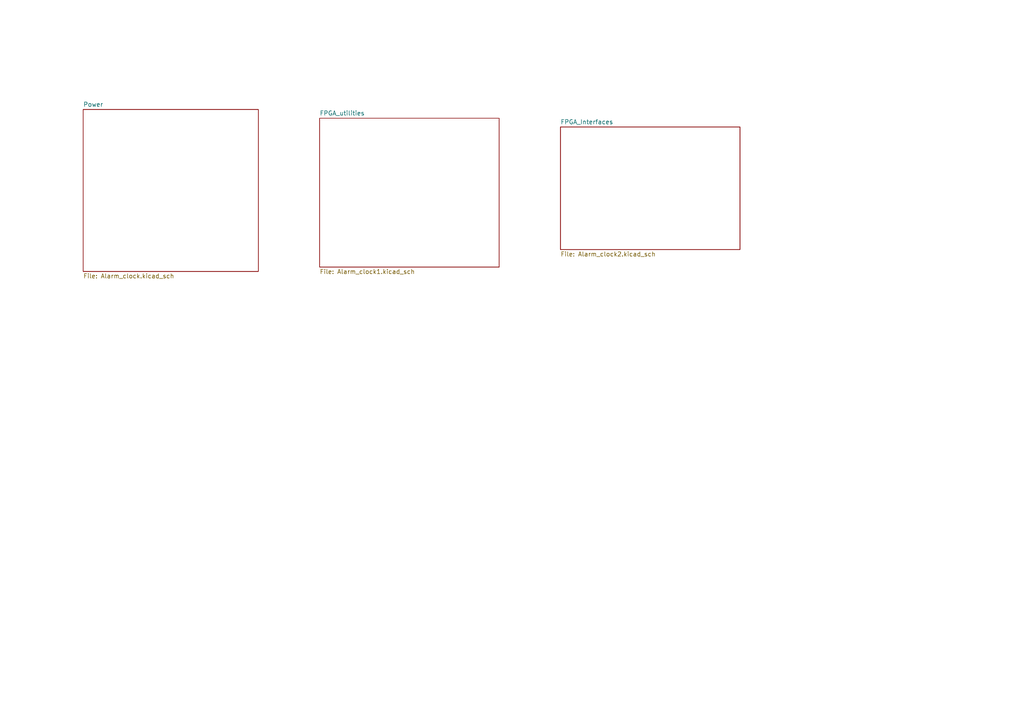
<source format=kicad_sch>
(kicad_sch (version 20211123) (generator eeschema)

  (uuid e5344288-1f4e-4b61-9769-8f81865cdc6f)

  (paper "A4")

  (lib_symbols
  )


  (sheet (at 162.56 36.83) (size 52.07 35.56) (fields_autoplaced)
    (stroke (width 0.1524) (type solid) (color 0 0 0 0))
    (fill (color 0 0 0 0.0000))
    (uuid 503e8df6-0635-487d-856e-f9afff1c68b4)
    (property "Sheet name" "FPGA_Interfaces" (id 0) (at 162.56 36.1184 0)
      (effects (font (size 1.27 1.27)) (justify left bottom))
    )
    (property "Sheet file" "Alarm_clock2.kicad_sch" (id 1) (at 162.56 72.9746 0)
      (effects (font (size 1.27 1.27)) (justify left top))
    )
  )

  (sheet (at 24.13 31.75) (size 50.8 46.99) (fields_autoplaced)
    (stroke (width 0.1524) (type solid) (color 0 0 0 0))
    (fill (color 0 0 0 0.0000))
    (uuid 87e6360f-f3c8-4050-9043-7a5fd83024de)
    (property "Sheet name" "Power" (id 0) (at 24.13 31.0384 0)
      (effects (font (size 1.27 1.27)) (justify left bottom))
    )
    (property "Sheet file" "Alarm_clock.kicad_sch" (id 1) (at 24.13 79.3246 0)
      (effects (font (size 1.27 1.27)) (justify left top))
    )
  )

  (sheet (at 92.71 34.29) (size 52.07 43.18) (fields_autoplaced)
    (stroke (width 0.1524) (type solid) (color 0 0 0 0))
    (fill (color 0 0 0 0.0000))
    (uuid 8f6f2c4f-2fc4-46e9-b49d-fc9032f6a4c0)
    (property "Sheet name" "FPGA_utilities" (id 0) (at 92.71 33.5784 0)
      (effects (font (size 1.27 1.27)) (justify left bottom))
    )
    (property "Sheet file" "Alarm_clock1.kicad_sch" (id 1) (at 92.71 78.0546 0)
      (effects (font (size 1.27 1.27)) (justify left top))
    )
  )

  (sheet_instances
    (path "/" (page "1"))
    (path "/87e6360f-f3c8-4050-9043-7a5fd83024de" (page "2"))
    (path "/8f6f2c4f-2fc4-46e9-b49d-fc9032f6a4c0" (page "3"))
    (path "/503e8df6-0635-487d-856e-f9afff1c68b4" (page "4"))
  )

  (symbol_instances
    (path "/87e6360f-f3c8-4050-9043-7a5fd83024de/367f6908-434d-4291-b365-dcfd9f351515"
      (reference "#FLG0101") (unit 1) (value "PWR_FLAG") (footprint "")
    )
    (path "/87e6360f-f3c8-4050-9043-7a5fd83024de/2b6afcb3-7e7e-4c96-84c2-ba8ea59dee2f"
      (reference "#FLG0102") (unit 1) (value "PWR_FLAG") (footprint "")
    )
    (path "/87e6360f-f3c8-4050-9043-7a5fd83024de/7fa3188d-2757-4266-aec3-a6a71160ea31"
      (reference "#FLG0103") (unit 1) (value "PWR_FLAG") (footprint "")
    )
    (path "/87e6360f-f3c8-4050-9043-7a5fd83024de/6625e824-7b6e-4009-b202-ca63ba5af5fe"
      (reference "#FLG0104") (unit 1) (value "PWR_FLAG") (footprint "")
    )
    (path "/87e6360f-f3c8-4050-9043-7a5fd83024de/bb3de0d8-f8aa-44bf-a858-39ae9ef505cd"
      (reference "#PWR0101") (unit 1) (value "GND") (footprint "")
    )
    (path "/87e6360f-f3c8-4050-9043-7a5fd83024de/9ac12036-5884-46cc-a542-5b91c249991f"
      (reference "#PWR0102") (unit 1) (value "GND") (footprint "")
    )
    (path "/87e6360f-f3c8-4050-9043-7a5fd83024de/bd4f8de8-49bb-4f14-bfcb-9e709e9b44ce"
      (reference "#PWR0103") (unit 1) (value "GND") (footprint "")
    )
    (path "/87e6360f-f3c8-4050-9043-7a5fd83024de/f7ffaa18-7c66-4e7e-94b5-29563c812e0f"
      (reference "#PWR0104") (unit 1) (value "GND") (footprint "")
    )
    (path "/87e6360f-f3c8-4050-9043-7a5fd83024de/8111477c-1fb8-41b9-a68c-3dfbd9e45edc"
      (reference "#PWR0105") (unit 1) (value "GND") (footprint "")
    )
    (path "/87e6360f-f3c8-4050-9043-7a5fd83024de/7aa05753-9c54-440e-a0f5-076af99dc973"
      (reference "#PWR0106") (unit 1) (value "GND") (footprint "")
    )
    (path "/87e6360f-f3c8-4050-9043-7a5fd83024de/ac1026a1-b3fd-4893-b5b3-5fe1dad30870"
      (reference "#PWR0107") (unit 1) (value "GND") (footprint "")
    )
    (path "/87e6360f-f3c8-4050-9043-7a5fd83024de/c2d770ac-7121-428c-aca4-69bcd5e3a67f"
      (reference "#PWR0108") (unit 1) (value "GND") (footprint "")
    )
    (path "/87e6360f-f3c8-4050-9043-7a5fd83024de/4d7f82b5-d8a3-4b55-8cd2-fdfd5b097d31"
      (reference "#PWR0109") (unit 1) (value "GND") (footprint "")
    )
    (path "/8f6f2c4f-2fc4-46e9-b49d-fc9032f6a4c0/630f027d-77b8-43c9-877d-1c564a1efa74"
      (reference "#PWR0110") (unit 1) (value "GND") (footprint "")
    )
    (path "/8f6f2c4f-2fc4-46e9-b49d-fc9032f6a4c0/a8c55d31-7d85-43e1-bd21-30ffcf6df27f"
      (reference "#PWR0111") (unit 1) (value "GND") (footprint "")
    )
    (path "/8f6f2c4f-2fc4-46e9-b49d-fc9032f6a4c0/6bfd8a9e-0199-4c8b-bc3e-8f71fe238db4"
      (reference "#PWR0112") (unit 1) (value "GND") (footprint "")
    )
    (path "/503e8df6-0635-487d-856e-f9afff1c68b4/e9f85524-6ec7-426e-a812-14b0c09a20b2"
      (reference "#PWR0113") (unit 1) (value "GND") (footprint "")
    )
    (path "/503e8df6-0635-487d-856e-f9afff1c68b4/167a9d53-4c28-4ee7-afc7-50767e0a85d6"
      (reference "#PWR0114") (unit 1) (value "GND") (footprint "")
    )
    (path "/8f6f2c4f-2fc4-46e9-b49d-fc9032f6a4c0/3438f6ec-5a82-4bb0-93f4-01331c6a1919"
      (reference "#PWR0115") (unit 1) (value "GND") (footprint "")
    )
    (path "/8f6f2c4f-2fc4-46e9-b49d-fc9032f6a4c0/8915712b-6020-4c9c-a056-5efda4c2c85b"
      (reference "#PWR0116") (unit 1) (value "GND") (footprint "")
    )
    (path "/8f6f2c4f-2fc4-46e9-b49d-fc9032f6a4c0/aa3894ff-cab1-4499-829b-9973540e008e"
      (reference "#PWR0117") (unit 1) (value "GND") (footprint "")
    )
    (path "/8f6f2c4f-2fc4-46e9-b49d-fc9032f6a4c0/8b53b016-324a-493e-ae66-46481a652f3f"
      (reference "#PWR0118") (unit 1) (value "GND") (footprint "")
    )
    (path "/8f6f2c4f-2fc4-46e9-b49d-fc9032f6a4c0/6b971299-073c-4c1b-9b5a-37c68e44f4c5"
      (reference "#PWR0119") (unit 1) (value "GND") (footprint "")
    )
    (path "/8f6f2c4f-2fc4-46e9-b49d-fc9032f6a4c0/7a22a4a6-ffdb-4c01-9e5b-6e76782d2d25"
      (reference "#PWR0120") (unit 1) (value "GND") (footprint "")
    )
    (path "/8f6f2c4f-2fc4-46e9-b49d-fc9032f6a4c0/93c232f3-067d-468a-bb4e-85695041ef10"
      (reference "#PWR0121") (unit 1) (value "GND") (footprint "")
    )
    (path "/8f6f2c4f-2fc4-46e9-b49d-fc9032f6a4c0/d3a2d0c2-532b-44f7-9047-e3dd3cddb428"
      (reference "#PWR0122") (unit 1) (value "GND") (footprint "")
    )
    (path "/87e6360f-f3c8-4050-9043-7a5fd83024de/7f0c31c6-c86e-4a37-add8-f24b9b272ec6"
      (reference "#SUPPLY0101") (unit 1) (value "1.8V") (footprint "XXX-00000")
    )
    (path "/87e6360f-f3c8-4050-9043-7a5fd83024de/0549044e-a831-4b40-9a95-644186ff37d8"
      (reference "#SUPPLY0102") (unit 1) (value "3.3V") (footprint "XXX-00000")
    )
    (path "/87e6360f-f3c8-4050-9043-7a5fd83024de/74802f37-5142-483f-ba7b-0055dc71185a"
      (reference "#SUPPLY0103") (unit 1) (value "12V") (footprint "XXX-00000")
    )
    (path "/87e6360f-f3c8-4050-9043-7a5fd83024de/3ca371db-e582-43d1-83b9-a62322f1cf45"
      (reference "#SUPPLY0104") (unit 1) (value "3.3V") (footprint "XXX-00000")
    )
    (path "/87e6360f-f3c8-4050-9043-7a5fd83024de/8ab9ce38-2b87-450a-9870-d00b71ccb302"
      (reference "#SUPPLY0105") (unit 1) (value "12V") (footprint "XXX-00000")
    )
    (path "/8f6f2c4f-2fc4-46e9-b49d-fc9032f6a4c0/a63787d8-bbc2-49a8-bde7-8f01c6564fa7"
      (reference "#SUPPLY0106") (unit 1) (value "3.3V") (footprint "XXX-00000")
    )
    (path "/8f6f2c4f-2fc4-46e9-b49d-fc9032f6a4c0/6a7031fd-3b40-4ff3-941b-bed3eadbf380"
      (reference "#SUPPLY0107") (unit 1) (value "3.3V") (footprint "XXX-00000")
    )
    (path "/8f6f2c4f-2fc4-46e9-b49d-fc9032f6a4c0/e01c3765-9d21-4118-b761-d47e3d2c3787"
      (reference "#SUPPLY0108") (unit 1) (value "3.3V") (footprint "XXX-00000")
    )
    (path "/8f6f2c4f-2fc4-46e9-b49d-fc9032f6a4c0/1217de6f-41ad-4c1a-be1d-3cc22397a6f3"
      (reference "#SUPPLY0109") (unit 1) (value "3.3V") (footprint "XXX-00000")
    )
    (path "/503e8df6-0635-487d-856e-f9afff1c68b4/e34bf13e-a64a-4e87-9981-899d0e8ee794"
      (reference "#SUPPLY0110") (unit 1) (value "3.3V") (footprint "XXX-00000")
    )
    (path "/503e8df6-0635-487d-856e-f9afff1c68b4/b651358c-bbea-4c1b-be99-beefdc3b8cae"
      (reference "#SUPPLY0111") (unit 1) (value "3.3V") (footprint "XXX-00000")
    )
    (path "/503e8df6-0635-487d-856e-f9afff1c68b4/d0bbabd5-ca7c-44d6-824b-218d1c46ee9d"
      (reference "#SUPPLY0112") (unit 1) (value "3.3V") (footprint "XXX-00000")
    )
    (path "/8f6f2c4f-2fc4-46e9-b49d-fc9032f6a4c0/f92ded93-8eea-43ba-9d36-e81230fe4e8f"
      (reference "#SUPPLY0113") (unit 1) (value "1.8V") (footprint "XXX-00000")
    )
    (path "/8f6f2c4f-2fc4-46e9-b49d-fc9032f6a4c0/16010feb-95b4-4fec-8967-9eb543a84d91"
      (reference "#SUPPLY0114") (unit 1) (value "1.8V") (footprint "XXX-00000")
    )
    (path "/8f6f2c4f-2fc4-46e9-b49d-fc9032f6a4c0/65f032d0-c3b8-44fc-ade5-ca71c4268c4e"
      (reference "#SUPPLY0115") (unit 1) (value "3.3V") (footprint "XXX-00000")
    )
    (path "/8f6f2c4f-2fc4-46e9-b49d-fc9032f6a4c0/449da1ec-6e36-4dbd-9938-9012fce2d7d0"
      (reference "#SUPPLY0116") (unit 1) (value "3.3V") (footprint "XXX-00000")
    )
    (path "/8f6f2c4f-2fc4-46e9-b49d-fc9032f6a4c0/134baeaa-0b9a-4ae0-aead-125119ab5b6c"
      (reference "#SUPPLY0117") (unit 1) (value "3.3V") (footprint "XXX-00000")
    )
    (path "/8f6f2c4f-2fc4-46e9-b49d-fc9032f6a4c0/bea838e0-25d2-4618-aaa2-46d44dc4eb2e"
      (reference "#SUPPLY0118") (unit 1) (value "3.3V") (footprint "XXX-00000")
    )
    (path "/8f6f2c4f-2fc4-46e9-b49d-fc9032f6a4c0/18d7c8c6-78dd-4772-9e8a-573b44cd346a"
      (reference "#SUPPLY0119") (unit 1) (value "3.3V") (footprint "XXX-00000")
    )
    (path "/87e6360f-f3c8-4050-9043-7a5fd83024de/f9399077-7d07-4469-ac17-941e00b0db65"
      (reference "C1") (unit 1) (value "C0603G104K5RACT250") (footprint "Capacitor_Tantalum_SMD:CP_EIA-1608-08_AVX-J")
    )
    (path "/87e6360f-f3c8-4050-9043-7a5fd83024de/b5596775-371e-46d3-81f9-93179fc16132"
      (reference "C2") (unit 1) (value "C0603G104K5RACT250") (footprint "Capacitor_Tantalum_SMD:CP_EIA-1608-08_AVX-J")
    )
    (path "/87e6360f-f3c8-4050-9043-7a5fd83024de/82464770-1bfd-4992-8e3a-210e4d6399ea"
      (reference "C3") (unit 1) (value "C0603G104K5RACT250") (footprint "Capacitor_Tantalum_SMD:CP_EIA-1608-08_AVX-J")
    )
    (path "/87e6360f-f3c8-4050-9043-7a5fd83024de/8074d09b-b492-4bcd-adca-103327f007c3"
      (reference "C4") (unit 1) (value "C0603G104K5RACT250") (footprint "Capacitor_Tantalum_SMD:CP_EIA-1608-08_AVX-J")
    )
    (path "/87e6360f-f3c8-4050-9043-7a5fd83024de/fafad5cf-b8e0-48c3-b543-c2da0f036382"
      (reference "C5") (unit 1) (value "C0603G104K5RACT250") (footprint "Capacitor_Tantalum_SMD:CP_EIA-1608-08_AVX-J")
    )
    (path "/87e6360f-f3c8-4050-9043-7a5fd83024de/07d45dbb-c1fd-497d-b7c2-d2ae0dcc17a3"
      (reference "C6") (unit 1) (value "C0603G104K5RACT250") (footprint "Capacitor_Tantalum_SMD:CP_EIA-1608-08_AVX-J")
    )
    (path "/87e6360f-f3c8-4050-9043-7a5fd83024de/df7b0829-d008-4add-b47a-6c87d965c28b"
      (reference "C7") (unit 1) (value "C0603G104K5RACT250") (footprint "Capacitor_Tantalum_SMD:CP_EIA-1608-08_AVX-J")
    )
    (path "/87e6360f-f3c8-4050-9043-7a5fd83024de/77882ff0-9cc2-4a2c-bf7d-cdc024f70e99"
      (reference "C8") (unit 1) (value "C0603G104K5RACT250") (footprint "Capacitor_Tantalum_SMD:CP_EIA-1608-08_AVX-J")
    )
    (path "/87e6360f-f3c8-4050-9043-7a5fd83024de/d2cdba7a-8273-45dd-b17f-e6e8efe66f05"
      (reference "C9") (unit 1) (value "C0603G104K5RACT250") (footprint "Capacitor_Tantalum_SMD:CP_EIA-1608-08_AVX-J")
    )
    (path "/87e6360f-f3c8-4050-9043-7a5fd83024de/97a1f656-0724-4321-b3dc-2c82df07d51d"
      (reference "C10") (unit 1) (value "C0603G104K5RACT250") (footprint "Capacitor_Tantalum_SMD:CP_EIA-1608-08_AVX-J")
    )
    (path "/8f6f2c4f-2fc4-46e9-b49d-fc9032f6a4c0/2ccbbc2f-c1db-4fb9-855a-0e765f8d90fe"
      (reference "C11") (unit 1) (value "C0603G104K5RACT250") (footprint "Capacitor_Tantalum_SMD:CP_EIA-1608-08_AVX-J")
    )
    (path "/8f6f2c4f-2fc4-46e9-b49d-fc9032f6a4c0/ba2a0e3d-7b3b-470a-8382-d0b6354f2eea"
      (reference "C12") (unit 1) (value "C0603G104K5RACT250") (footprint "Capacitor_Tantalum_SMD:CP_EIA-1608-08_AVX-J")
    )
    (path "/8f6f2c4f-2fc4-46e9-b49d-fc9032f6a4c0/f7fa3fdb-26ca-4007-aec6-7d30fc4b19c0"
      (reference "C13") (unit 1) (value "C0603G104K5RACT250") (footprint "Capacitor_Tantalum_SMD:CP_EIA-1608-08_AVX-J")
    )
    (path "/503e8df6-0635-487d-856e-f9afff1c68b4/adf073ca-b0fa-47b8-af7f-dea1a2560491"
      (reference "C14") (unit 1) (value "C0603G104K5RACT250") (footprint "Capacitor_Tantalum_SMD:CP_EIA-1608-08_AVX-J")
    )
    (path "/503e8df6-0635-487d-856e-f9afff1c68b4/66b5ada4-47b5-4b9f-802c-355cd7b72ae1"
      (reference "C15") (unit 1) (value "C0603G104K5RACT250") (footprint "Capacitor_Tantalum_SMD:CP_EIA-1608-08_AVX-J")
    )
    (path "/503e8df6-0635-487d-856e-f9afff1c68b4/2ac7beb6-9e6a-482b-92e0-d6f9ebe93cb2"
      (reference "C16") (unit 1) (value "C0603G104K5RACT250") (footprint "Capacitor_Tantalum_SMD:CP_EIA-1608-08_AVX-J")
    )
    (path "/503e8df6-0635-487d-856e-f9afff1c68b4/1f24e298-848b-4574-933b-894ce046ffc3"
      (reference "C17") (unit 1) (value "C0603G104K5RACT250") (footprint "Capacitor_Tantalum_SMD:CP_EIA-1608-08_AVX-J")
    )
    (path "/503e8df6-0635-487d-856e-f9afff1c68b4/293997cf-e468-49b1-aa6e-5d471731def4"
      (reference "C18") (unit 1) (value "C0603G104K5RACT250") (footprint "Capacitor_Tantalum_SMD:CP_EIA-1608-08_AVX-J")
    )
    (path "/503e8df6-0635-487d-856e-f9afff1c68b4/19ee86c3-6067-4e34-b73d-ff067f25c6f1"
      (reference "C19") (unit 1) (value "C0603G104K5RACT250") (footprint "Capacitor_Tantalum_SMD:CP_EIA-1608-08_AVX-J")
    )
    (path "/503e8df6-0635-487d-856e-f9afff1c68b4/7b1f799f-b296-4cde-91c2-3041ee0344f6"
      (reference "C20") (unit 1) (value "C0603G104K5RACT250") (footprint "Capacitor_Tantalum_SMD:CP_EIA-1608-08_AVX-J")
    )
    (path "/8f6f2c4f-2fc4-46e9-b49d-fc9032f6a4c0/32ddc467-dcd1-4fe5-ba4b-f8394e3f2640"
      (reference "C21") (unit 1) (value "C0603G104K5RACT250") (footprint "Capacitor_Tantalum_SMD:CP_EIA-1608-08_AVX-J")
    )
    (path "/87e6360f-f3c8-4050-9043-7a5fd83024de/ff4b9924-df8a-4db9-ab5e-d3676dea3d60"
      (reference "D1") (unit 1) (value "LED_Small") (footprint "LED_SMD:LED_0402_1005Metric")
    )
    (path "/503e8df6-0635-487d-856e-f9afff1c68b4/b049d673-fc4f-4bea-89b4-437c9db5c959"
      (reference "D2") (unit 1) (value "LED") (footprint "LED_THT:LED_D3.0mm_Clear")
    )
    (path "/8f6f2c4f-2fc4-46e9-b49d-fc9032f6a4c0/1c29ca49-b3ee-4825-8352-f396d337b5da"
      (reference "D3") (unit 1) (value "LED_Small") (footprint "LED_SMD:LED_0402_1005Metric")
    )
    (path "/87e6360f-f3c8-4050-9043-7a5fd83024de/f2a2bedd-89e2-43d5-a5c4-89a5c4325a60"
      (reference "J1") (unit 1) (value "Barrel_Jack") (footprint "Connector_BarrelJack:BarrelJack_CUI_PJ-063AH_Horizontal")
    )
    (path "/8f6f2c4f-2fc4-46e9-b49d-fc9032f6a4c0/f2ad5f1c-365a-42b0-b31a-9a7aeaaece55"
      (reference "J2") (unit 1) (value "XILINX_JTAG") (footprint "Connector_PinHeader_2.00mm:PinHeader_2x07_P2.00mm_Vertical_SMD")
    )
    (path "/87e6360f-f3c8-4050-9043-7a5fd83024de/4c1cd8b9-f425-408b-98f0-829c3e138c3d"
      (reference "L1") (unit 1) (value "INDUCTOR") (footprint "Inductor_SMD:L_0201_0603Metric")
    )
    (path "/87e6360f-f3c8-4050-9043-7a5fd83024de/1d36d4ff-3fb6-405e-929a-7adf8c1f30f4"
      (reference "L2") (unit 1) (value "INDUCTOR") (footprint "Inductor_SMD:L_0201_0603Metric")
    )
    (path "/87e6360f-f3c8-4050-9043-7a5fd83024de/050b3559-8785-4d39-bfdd-e15f65462bac"
      (reference "Q1") (unit 1) (value "2N7002E") (footprint "Package_TO_SOT_SMD:SOT-23")
    )
    (path "/8f6f2c4f-2fc4-46e9-b49d-fc9032f6a4c0/d6444d7b-86de-4786-8961-1c725391c0dc"
      (reference "Q2") (unit 1) (value "2N7002E") (footprint "Package_TO_SOT_SMD:SOT-23")
    )
    (path "/87e6360f-f3c8-4050-9043-7a5fd83024de/fb3e6188-ee93-45e4-9a44-55520ef034c8"
      (reference "R1") (unit 1) (value "ERJ3EKF3300V") (footprint "Resistor_SMD:R_0402_1005Metric")
    )
    (path "/87e6360f-f3c8-4050-9043-7a5fd83024de/f0c522a6-f098-4c4d-a871-c68d8d92f947"
      (reference "R2") (unit 1) (value "ERJ3EKF3300V") (footprint "Resistor_SMD:R_0402_1005Metric")
    )
    (path "/87e6360f-f3c8-4050-9043-7a5fd83024de/85771956-c14e-49b9-810f-fe64d37326f0"
      (reference "R3") (unit 1) (value "ERJ3EKF3300V") (footprint "Resistor_SMD:R_0402_1005Metric")
    )
    (path "/87e6360f-f3c8-4050-9043-7a5fd83024de/2e90c8d6-8d2d-4d4b-80fe-8ea2e07575b0"
      (reference "R4") (unit 1) (value "ERJ3EKF3300V") (footprint "Resistor_SMD:R_0402_1005Metric")
    )
    (path "/87e6360f-f3c8-4050-9043-7a5fd83024de/199fe120-ae3d-499b-aa90-8a29dcf66cc8"
      (reference "R5") (unit 1) (value "ERJ3EKF3300V") (footprint "Resistor_SMD:R_0402_1005Metric")
    )
    (path "/87e6360f-f3c8-4050-9043-7a5fd83024de/c80194c1-e537-44b2-9498-0fc35dbc10d0"
      (reference "R6") (unit 1) (value "ERJ3EKF3300V") (footprint "Resistor_SMD:R_0402_1005Metric")
    )
    (path "/87e6360f-f3c8-4050-9043-7a5fd83024de/ddb95974-6bfa-45c4-ab14-e8850c893e6f"
      (reference "R7") (unit 1) (value "ERJ3EKF3300V") (footprint "Resistor_SMD:R_0402_1005Metric")
    )
    (path "/8f6f2c4f-2fc4-46e9-b49d-fc9032f6a4c0/14198746-d314-4819-a460-9d91d9df63ae"
      (reference "R8") (unit 1) (value "ERJ3EKF3300V") (footprint "Resistor_SMD:R_0402_1005Metric")
    )
    (path "/503e8df6-0635-487d-856e-f9afff1c68b4/63afbf90-b9c7-44f1-a45b-6113b42d9e2d"
      (reference "R9") (unit 1) (value "330") (footprint "Resistor_SMD:R_0402_1005Metric")
    )
    (path "/503e8df6-0635-487d-856e-f9afff1c68b4/d48135c0-46ea-4f77-8008-b87efef22b3d"
      (reference "R10") (unit 1) (value "ERJ3EKF3300V") (footprint "Resistor_SMD:R_0402_1005Metric")
    )
    (path "/503e8df6-0635-487d-856e-f9afff1c68b4/85885837-e935-458e-b90a-176957bd109b"
      (reference "R11") (unit 1) (value "ERJ3EKF3300V") (footprint "Resistor_SMD:R_0402_1005Metric")
    )
    (path "/503e8df6-0635-487d-856e-f9afff1c68b4/969bbef6-e725-4a6d-b6b6-659a63c55621"
      (reference "R12") (unit 1) (value "ERJ3EKF3300V") (footprint "Resistor_SMD:R_0402_1005Metric")
    )
    (path "/503e8df6-0635-487d-856e-f9afff1c68b4/70d461c3-501c-44a9-bfcb-317367409050"
      (reference "R13") (unit 1) (value "ERJ3EKF3300V") (footprint "Resistor_SMD:R_0402_1005Metric")
    )
    (path "/503e8df6-0635-487d-856e-f9afff1c68b4/56fe31a2-b5c7-4230-9f3d-e2a1c355bac5"
      (reference "R14") (unit 1) (value "ERJ3EKF3300V") (footprint "Resistor_SMD:R_0402_1005Metric")
    )
    (path "/503e8df6-0635-487d-856e-f9afff1c68b4/18743095-ad74-42e4-a86b-c72dcbd282c0"
      (reference "R15") (unit 1) (value "ERJ3EKF3300V") (footprint "Resistor_SMD:R_0402_1005Metric")
    )
    (path "/503e8df6-0635-487d-856e-f9afff1c68b4/1abc6c80-ec7a-42b9-833a-cc34461672fc"
      (reference "R16") (unit 1) (value "ERJ3EKF3300V") (footprint "Resistor_SMD:R_0402_1005Metric")
    )
    (path "/503e8df6-0635-487d-856e-f9afff1c68b4/a4f78f17-8f67-481f-9695-8609bf657dff"
      (reference "R17") (unit 1) (value "ERJ3EKF3300V") (footprint "Resistor_SMD:R_0402_1005Metric")
    )
    (path "/503e8df6-0635-487d-856e-f9afff1c68b4/0aeceff7-b545-49d3-80b4-3f6065245e12"
      (reference "R18") (unit 1) (value "ERJ3EKF3300V") (footprint "Resistor_SMD:R_0402_1005Metric")
    )
    (path "/503e8df6-0635-487d-856e-f9afff1c68b4/3c58d06a-3132-4002-ab45-4aebb730ef70"
      (reference "R19") (unit 1) (value "ERJ3EKF3300V") (footprint "Resistor_SMD:R_0402_1005Metric")
    )
    (path "/503e8df6-0635-487d-856e-f9afff1c68b4/c4834464-41ea-42ce-9d06-09558b50cd1f"
      (reference "R20") (unit 1) (value "ERJ3EKF3300V") (footprint "Resistor_SMD:R_0402_1005Metric")
    )
    (path "/503e8df6-0635-487d-856e-f9afff1c68b4/219ecf66-462b-407f-b364-68fcb559ca53"
      (reference "R21") (unit 1) (value "ERJ3EKF3300V") (footprint "Resistor_SMD:R_0402_1005Metric")
    )
    (path "/8f6f2c4f-2fc4-46e9-b49d-fc9032f6a4c0/322bc597-f545-4dcd-9e0d-c953567c1256"
      (reference "R22") (unit 1) (value "ERJ3EKF3300V") (footprint "Resistor_SMD:R_0402_1005Metric")
    )
    (path "/8f6f2c4f-2fc4-46e9-b49d-fc9032f6a4c0/fdf93123-9a94-4ccc-9951-230fea1b9422"
      (reference "R23") (unit 1) (value "ERJ3EKF3300V") (footprint "Resistor_SMD:R_0402_1005Metric")
    )
    (path "/8f6f2c4f-2fc4-46e9-b49d-fc9032f6a4c0/3937e772-1d46-4673-abdc-35b00a996398"
      (reference "R24") (unit 1) (value "ERJ3EKF3300V") (footprint "Resistor_SMD:R_0402_1005Metric")
    )
    (path "/8f6f2c4f-2fc4-46e9-b49d-fc9032f6a4c0/54881cdc-85d5-4a3f-83be-9176227ccd4f"
      (reference "R25") (unit 1) (value "ERJ3EKF3300V") (footprint "Resistor_SMD:R_0402_1005Metric")
    )
    (path "/8f6f2c4f-2fc4-46e9-b49d-fc9032f6a4c0/3e75eb91-5778-401a-9d98-380c75d65fba"
      (reference "RN1") (unit 1) (value "R_Network04") (footprint "Resistor_THT:R_Array_SIP5")
    )
    (path "/87e6360f-f3c8-4050-9043-7a5fd83024de/3557de26-524a-4589-ac62-03bea51c34f8"
      (reference "S1") (unit 1) (value "B3FS_1010P") (footprint "Button_Switch_THT:SW_PUSH_6mm")
    )
    (path "/8f6f2c4f-2fc4-46e9-b49d-fc9032f6a4c0/bc39f676-cb0f-472e-a302-23a00fd3caad"
      (reference "S2") (unit 1) (value "B3FS_1010P") (footprint "Button_Switch_THT:SW_PUSH_6mm")
    )
    (path "/503e8df6-0635-487d-856e-f9afff1c68b4/2cfae61f-3db9-493d-b7de-acdd251ac353"
      (reference "S3") (unit 1) (value "800AWSP9M2QE") (footprint "Button_Switch_THT:SW_PUSH_6mm")
    )
    (path "/503e8df6-0635-487d-856e-f9afff1c68b4/37c29528-f5f9-4f6b-a870-761415f80468"
      (reference "S4") (unit 1) (value "800AWSP9M2QE") (footprint "Button_Switch_THT:SW_PUSH_6mm")
    )
    (path "/503e8df6-0635-487d-856e-f9afff1c68b4/374d8b75-5a82-4554-a8c7-63a34f3af739"
      (reference "S5") (unit 1) (value "800AWSP9M2QE") (footprint "Button_Switch_THT:SW_PUSH_6mm")
    )
    (path "/503e8df6-0635-487d-856e-f9afff1c68b4/d10c09bc-a0e8-4881-8fd0-9816095d8273"
      (reference "S6") (unit 1) (value "800AWSP9M2QE") (footprint "Button_Switch_THT:SW_PUSH_6mm")
    )
    (path "/503e8df6-0635-487d-856e-f9afff1c68b4/ce825356-4b09-47cf-982e-3ad1cefae139"
      (reference "S7") (unit 1) (value "MINI-SPDT-SW") (footprint "Button_Switch_THT:SW_CuK_JS202011CQN_DPDT_Straight")
    )
    (path "/8f6f2c4f-2fc4-46e9-b49d-fc9032f6a4c0/7906e764-8c95-4f50-9bc0-20906e38f7da"
      (reference "S8") (unit 1) (value "B3FS_1010P") (footprint "Button_Switch_THT:SW_PUSH_6mm")
    )
    (path "/87e6360f-f3c8-4050-9043-7a5fd83024de/9005326c-5dd6-46d6-a155-96d1edfe4410"
      (reference "U1") (unit 1) (value "TPS65581") (footprint "Package_SO:HTSSOP-20-1EP_4.4x6.5mm_P0.65mm_EP3.4x6.5mm_Mask2.75x3.43mm_ThermalVias")
    )
    (path "/8f6f2c4f-2fc4-46e9-b49d-fc9032f6a4c0/b7b7b39d-823e-41a0-a624-fb0be44358f9"
      (reference "U2") (unit 5) (value "XC7S50-FTGB196") (footprint "")
    )
    (path "/503e8df6-0635-487d-856e-f9afff1c68b4/e039dde2-44da-487f-900e-443fc7040e1f"
      (reference "U3") (unit 1) (value "CA56-12CGKWA") (footprint "Display_7Segment:CA56-12CGKWA")
    )
    (path "/503e8df6-0635-487d-856e-f9afff1c68b4/3696ecbe-039c-4b33-8336-c8b30b8b300e"
      (reference "U4") (unit 1) (value "CA56-12CGKWA") (footprint "Display_7Segment:CA56-12CGKWA")
    )
    (path "/503e8df6-0635-487d-856e-f9afff1c68b4/c296a668-ed6f-4b2a-8c05-57d2c00888c0"
      (reference "U5") (unit 3) (value "XC7S50-FTGB196") (footprint "Package_BGA:BGA-400_21.0x21.0mm_Layout20x20_P1.0mm")
    )
    (path "/8f6f2c4f-2fc4-46e9-b49d-fc9032f6a4c0/c1615759-be07-482c-82d1-91110abb8414"
      (reference "X1") (unit 1) (value "DSC61XX") (footprint "Crystal:Resonator_SMD_Murata_CDSCB-2Pin_4.5x2.0mm")
    )
  )
)

</source>
